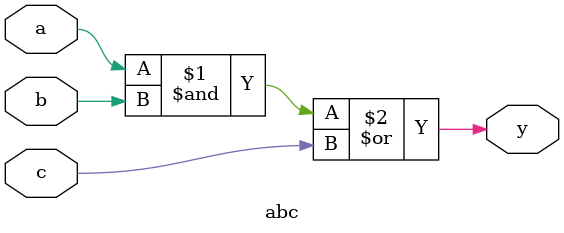
<source format=sv>
module abc (input logic a, b, c,
            output logic y);

  assign y = (a & b) | (c);

endmodule



</source>
